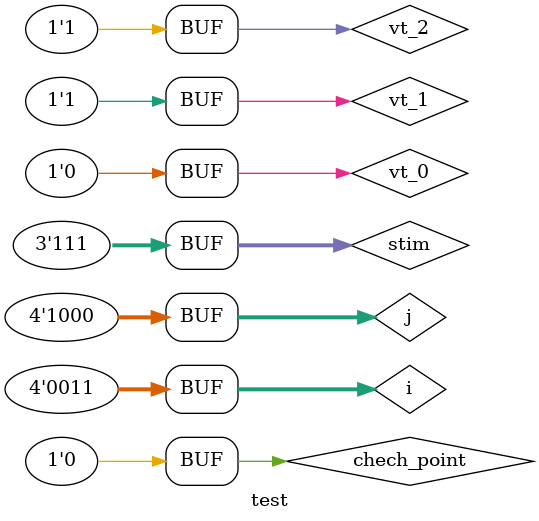
<source format=sv>
module test;
parameter delay = 6;
parameter truth_table_0 = 8'b01000011; //For testing tester 8'b01000001;
parameter truth_table_1 = 8'b10001001;
parameter truth_table_2 = 8'b10101010;
wire [2:0] z;
reg [2:0] stim;
reg [3:0] j;
reg [3:0] i;
reg  chech_point,error;
wire vt_0, vt_1, vt_2;

initial 
begin							// stimulator 
	chech_point=0;
	for (i = 0; i <= 2; i = i+1)
	 for (j=0; j<=7;j=j+1) 
	 begin
		  #10 ; 
		  stim=j;
		  chech_point = # delay 1;
		  #3 ;
		  chech_point = 0;  
    end
end

assign  vt_0 = truth_table_0[stim] ;
assign  vt_1 = truth_table_1[stim] ;
assign  vt_2 = truth_table_2[stim] ; 

complex m1 (.x_in(stim),.z_0(z[0]),.z_1(z[1]),.z_2(z[2]));

always @ (posedge chech_point) //tester   
    error = (z[0] == vt_0 & z[1] == vt_1 & z[2] == vt_2) ?  0:1;
endmodule

</source>
